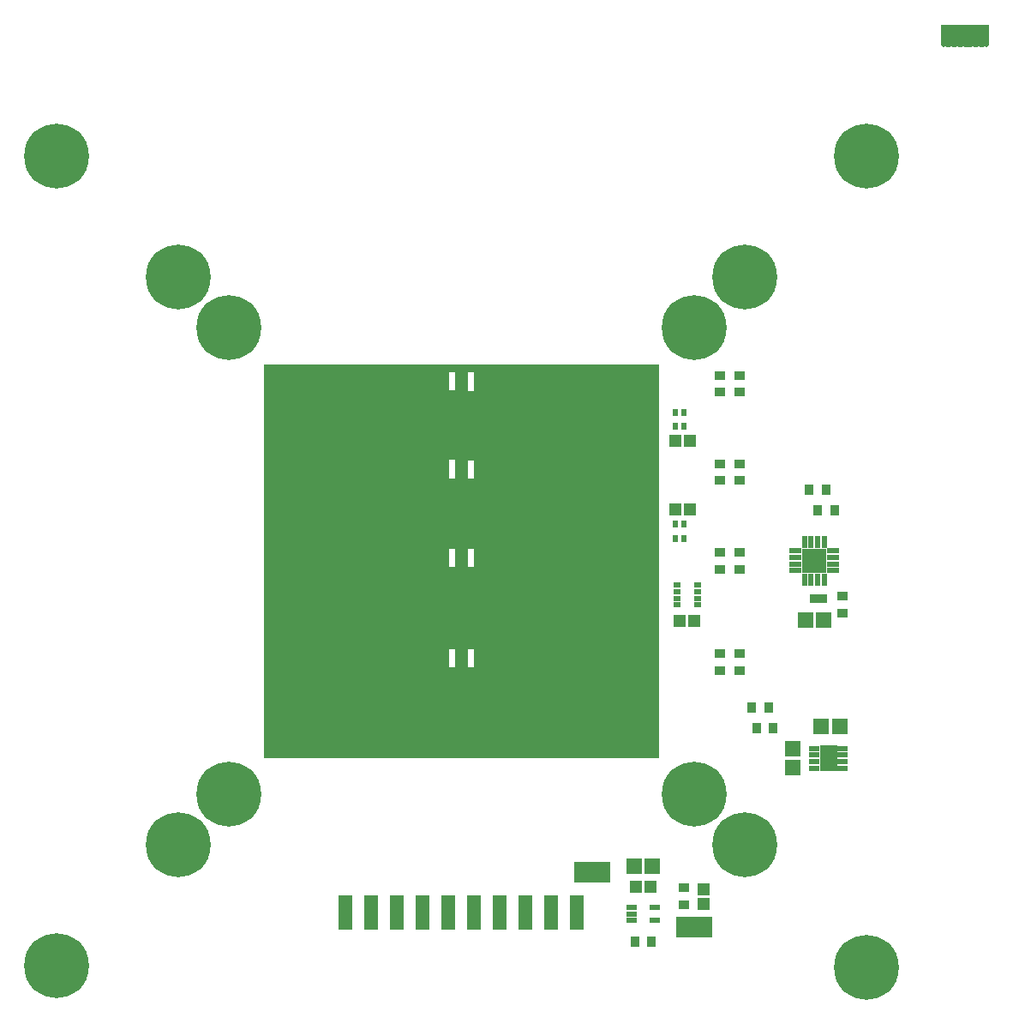
<source format=gbr>
%TF.GenerationSoftware,Altium Limited,Altium Designer,24.0.1 (36)*%
G04 Layer_Color=8388736*
%FSLAX25Y25*%
%MOIN*%
%TF.SameCoordinates,674ED1FF-067C-45DD-8C41-4F82C3FA2B26*%
%TF.FilePolarity,Negative*%
%TF.FileFunction,Soldermask,Top*%
%TF.Part,Single*%
G01*
G75*
%TA.AperFunction,SMDPad,CuDef*%
%ADD13R,0.00400X0.00400*%
%ADD50R,0.04724X0.04724*%
%ADD51R,0.02165X0.03150*%
%ADD52R,0.03150X0.02165*%
%TA.AperFunction,BGAPad,CuDef*%
%ADD53C,0.01772*%
%TA.AperFunction,SMDPad,CuDef*%
%ADD54R,0.04134X0.02362*%
%ADD55R,0.04921X0.02165*%
%ADD56R,0.02165X0.04921*%
%ADD57R,0.09685X0.09685*%
%ADD58R,0.06653X0.10236*%
%ADD59R,0.04331X0.02165*%
%ADD60R,0.03543X0.04331*%
%ADD61R,0.04331X0.03543*%
%ADD62R,0.14370X0.08071*%
%ADD63R,0.05787X0.13307*%
%ADD64R,0.04724X0.04724*%
%ADD65R,0.03622X0.03465*%
%ADD66R,0.05906X0.06496*%
%ADD67R,0.03465X0.03622*%
%ADD68R,0.06496X0.05906*%
%TA.AperFunction,ViaPad*%
%ADD69C,0.25197*%
%ADD70C,0.02165*%
G36*
X381941Y385627D02*
X381992Y385617D01*
X382041Y385601D01*
X382087Y385578D01*
X382130Y385549D01*
X382169Y385515D01*
X382203Y385476D01*
X382231Y385434D01*
X382254Y385387D01*
X382271Y385338D01*
X382281Y385288D01*
X382284Y385236D01*
Y377756D01*
X382281Y377704D01*
X382271Y377654D01*
X382254Y377605D01*
X382231Y377559D01*
X382203Y377516D01*
X382169Y377477D01*
X381775Y377083D01*
X381775Y377083D01*
X381736Y377049D01*
X381693Y377021D01*
X381647Y376998D01*
X381598Y376981D01*
X381548Y376971D01*
X381496Y376968D01*
X381102D01*
X381051Y376971D01*
X381000Y376981D01*
X380951Y376998D01*
X380905Y377021D01*
X380862Y377049D01*
X380823Y377083D01*
X380683Y377223D01*
X380679Y377211D01*
X380657Y377165D01*
X380628Y377122D01*
X380594Y377083D01*
X380555Y377049D01*
X380512Y377021D01*
X380466Y376998D01*
X380417Y376981D01*
X380366Y376971D01*
X380315Y376968D01*
X379921D01*
X379870Y376971D01*
X379819Y376981D01*
X379770Y376998D01*
X379724Y377021D01*
X379681Y377049D01*
X379642Y377083D01*
X379608Y377122D01*
X379580Y377165D01*
X379557Y377211D01*
X379553Y377223D01*
X379413Y377083D01*
X379374Y377049D01*
X379331Y377021D01*
X379285Y376998D01*
X379236Y376981D01*
X379185Y376971D01*
X379134Y376968D01*
X378740D01*
X378689Y376971D01*
X378638Y376981D01*
X378589Y376998D01*
X378543Y377021D01*
X378500Y377049D01*
X378461Y377083D01*
X378321Y377223D01*
X378317Y377211D01*
X378294Y377165D01*
X378266Y377122D01*
X378232Y377083D01*
X378193Y377049D01*
X378150Y377021D01*
X378104Y376998D01*
X378055Y376981D01*
X378004Y376971D01*
X377953Y376968D01*
X377559D01*
X377507Y376971D01*
X377457Y376981D01*
X377408Y376998D01*
X377362Y377021D01*
X377319Y377049D01*
X377280Y377083D01*
X377246Y377122D01*
X377217Y377165D01*
X377194Y377211D01*
X377190Y377223D01*
X377051Y377083D01*
X377012Y377049D01*
X376969Y377021D01*
X376923Y376998D01*
X376874Y376981D01*
X376823Y376971D01*
X376772Y376968D01*
X376378D01*
X376326Y376971D01*
X376276Y376981D01*
X376227Y376998D01*
X376181Y377021D01*
X376138Y377049D01*
X376099Y377083D01*
X375959Y377223D01*
X375955Y377211D01*
X375932Y377165D01*
X375904Y377122D01*
X375869Y377083D01*
X375831Y377049D01*
X375788Y377021D01*
X375742Y376998D01*
X375693Y376981D01*
X375642Y376971D01*
X375591Y376968D01*
X375197D01*
X375145Y376971D01*
X375095Y376981D01*
X375046Y376998D01*
X375000Y377021D01*
X374957Y377049D01*
X374918Y377083D01*
X374884Y377122D01*
X374855Y377165D01*
X374832Y377211D01*
X374828Y377223D01*
X374688Y377083D01*
X374650Y377049D01*
X374607Y377021D01*
X374560Y376998D01*
X374512Y376981D01*
X374461Y376971D01*
X374410Y376968D01*
X374016D01*
X373964Y376971D01*
X373914Y376981D01*
X373865Y376998D01*
X373818Y377021D01*
X373776Y377049D01*
X373737Y377083D01*
X373597Y377223D01*
X373593Y377211D01*
X373570Y377165D01*
X373541Y377122D01*
X373507Y377083D01*
X373468Y377049D01*
X373426Y377021D01*
X373379Y376998D01*
X373330Y376981D01*
X373280Y376971D01*
X373228Y376968D01*
X372835D01*
X372783Y376971D01*
X372732Y376981D01*
X372684Y376998D01*
X372637Y377021D01*
X372594Y377049D01*
X372556Y377083D01*
X372522Y377122D01*
X372493Y377165D01*
X372470Y377211D01*
X372466Y377223D01*
X372326Y377083D01*
X372287Y377049D01*
X372245Y377021D01*
X372198Y376998D01*
X372149Y376981D01*
X372099Y376971D01*
X372047Y376968D01*
X371654D01*
X371602Y376971D01*
X371551Y376981D01*
X371503Y376998D01*
X371456Y377021D01*
X371413Y377049D01*
X371375Y377083D01*
X371235Y377223D01*
X371231Y377211D01*
X371208Y377165D01*
X371179Y377122D01*
X371145Y377083D01*
X371106Y377049D01*
X371063Y377021D01*
X371017Y376998D01*
X370968Y376981D01*
X370918Y376971D01*
X370866Y376968D01*
X370472D01*
X370421Y376971D01*
X370370Y376981D01*
X370321Y376998D01*
X370275Y377021D01*
X370232Y377049D01*
X370194Y377083D01*
X370159Y377122D01*
X370131Y377165D01*
X370108Y377211D01*
X370104Y377223D01*
X369964Y377083D01*
X369925Y377049D01*
X369882Y377021D01*
X369836Y376998D01*
X369787Y376981D01*
X369737Y376971D01*
X369685Y376968D01*
X369291D01*
X369240Y376971D01*
X369189Y376981D01*
X369140Y376998D01*
X369094Y377021D01*
X369051Y377049D01*
X369012Y377083D01*
X368872Y377223D01*
X368868Y377211D01*
X368846Y377165D01*
X368817Y377122D01*
X368783Y377083D01*
X368744Y377049D01*
X368701Y377021D01*
X368655Y376998D01*
X368606Y376981D01*
X368555Y376971D01*
X368504Y376968D01*
X368110D01*
X368059Y376971D01*
X368008Y376981D01*
X367959Y376998D01*
X367913Y377021D01*
X367870Y377049D01*
X367831Y377083D01*
X367797Y377122D01*
X367769Y377165D01*
X367746Y377211D01*
X367742Y377223D01*
X367602Y377083D01*
X367563Y377049D01*
X367520Y377021D01*
X367474Y376998D01*
X367425Y376981D01*
X367374Y376971D01*
X367323Y376968D01*
X366929D01*
X366878Y376971D01*
X366827Y376981D01*
X366778Y376998D01*
X366732Y377021D01*
X366689Y377049D01*
X366650Y377083D01*
X366510Y377223D01*
X366506Y377211D01*
X366483Y377165D01*
X366455Y377122D01*
X366421Y377083D01*
X366382Y377049D01*
X366339Y377021D01*
X366293Y376998D01*
X366244Y376981D01*
X366193Y376971D01*
X366142Y376968D01*
X365748D01*
X365697Y376971D01*
X365646Y376981D01*
X365597Y376998D01*
X365551Y377021D01*
X365508Y377049D01*
X365469Y377083D01*
X365435Y377122D01*
X365406Y377165D01*
X365384Y377211D01*
X365380Y377223D01*
X365240Y377083D01*
X365201Y377049D01*
X365158Y377021D01*
X365112Y376998D01*
X365063Y376981D01*
X365012Y376971D01*
X364961Y376968D01*
X364567D01*
X364515Y376971D01*
X364465Y376981D01*
X364416Y376998D01*
X364370Y377021D01*
X364327Y377049D01*
X364288Y377083D01*
X363894Y377477D01*
X363860Y377516D01*
X363832Y377559D01*
X363809Y377605D01*
X363792Y377654D01*
X363782Y377704D01*
X363779Y377756D01*
Y385236D01*
X363782Y385288D01*
X363792Y385338D01*
X363809Y385387D01*
X363832Y385434D01*
X363860Y385476D01*
X363894Y385515D01*
X363933Y385549D01*
X363976Y385578D01*
X364022Y385601D01*
X364071Y385617D01*
X364122Y385627D01*
X364173Y385631D01*
X365354D01*
X365406Y385627D01*
X365456Y385617D01*
X365505Y385601D01*
X365551Y385578D01*
X365597Y385601D01*
X365646Y385617D01*
X365697Y385627D01*
X365748Y385631D01*
X366142D01*
X366193Y385627D01*
X366244Y385617D01*
X366293Y385601D01*
X366339Y385578D01*
X366385Y385601D01*
X366433Y385617D01*
X366484Y385627D01*
X366535Y385631D01*
X367717D01*
X367768Y385627D01*
X367819Y385617D01*
X367867Y385601D01*
X367913Y385578D01*
X367959Y385601D01*
X368008Y385617D01*
X368059Y385627D01*
X368110Y385631D01*
X368504D01*
X368555Y385627D01*
X368606Y385617D01*
X368655Y385601D01*
X368701Y385578D01*
X368747Y385601D01*
X368795Y385617D01*
X368846Y385627D01*
X368898Y385631D01*
X370079D01*
X370130Y385627D01*
X370181Y385617D01*
X370230Y385601D01*
X370276Y385578D01*
X370321Y385601D01*
X370370Y385617D01*
X370421Y385627D01*
X370472Y385631D01*
X370866D01*
X370918Y385627D01*
X370968Y385617D01*
X371017Y385601D01*
X371063Y385578D01*
X371109Y385601D01*
X371158Y385617D01*
X371208Y385627D01*
X371260Y385631D01*
X372441D01*
X372492Y385627D01*
X372543Y385617D01*
X372592Y385601D01*
X372638Y385578D01*
X372684Y385601D01*
X372732Y385617D01*
X372783Y385627D01*
X372835Y385631D01*
X373228D01*
X373280Y385627D01*
X373330Y385617D01*
X373379Y385601D01*
X373425Y385578D01*
X373471Y385601D01*
X373520Y385617D01*
X373571Y385627D01*
X373622Y385631D01*
X374803D01*
X374855Y385627D01*
X374905Y385617D01*
X374954Y385601D01*
X375000Y385578D01*
X375046Y385601D01*
X375095Y385617D01*
X375145Y385627D01*
X375197Y385631D01*
X375591D01*
X375642Y385627D01*
X375693Y385617D01*
X375742Y385601D01*
X375787Y385578D01*
X375833Y385601D01*
X375882Y385617D01*
X375933Y385627D01*
X375984Y385631D01*
X377165D01*
X377217Y385627D01*
X377268Y385617D01*
X377316Y385601D01*
X377362Y385578D01*
X377408Y385601D01*
X377457Y385617D01*
X377507Y385627D01*
X377559Y385631D01*
X377953D01*
X378004Y385627D01*
X378055Y385617D01*
X378104Y385601D01*
X378150Y385578D01*
X378196Y385601D01*
X378244Y385617D01*
X378295Y385627D01*
X378346Y385631D01*
X379528D01*
X379579Y385627D01*
X379630Y385617D01*
X379679Y385601D01*
X379724Y385578D01*
X379770Y385601D01*
X379819Y385617D01*
X379870Y385627D01*
X379921Y385631D01*
X380315D01*
X380366Y385627D01*
X380417Y385617D01*
X380466Y385601D01*
X380512Y385578D01*
X380558Y385601D01*
X380607Y385617D01*
X380657Y385627D01*
X380709Y385631D01*
X381890D01*
X381941Y385627D01*
D02*
G37*
G36*
X253937Y100394D02*
X100394D01*
Y253642D01*
X253937D01*
Y100394D01*
D02*
G37*
%LPC*%
G36*
X174715Y250394D02*
X172441D01*
Y243333D01*
X174715D01*
Y245177D01*
X174705D01*
Y248524D01*
X174715D01*
Y250394D01*
D02*
G37*
G36*
X181902Y250354D02*
X179628D01*
Y243294D01*
X181902D01*
Y250354D01*
D02*
G37*
G36*
X174698Y216339D02*
X172424D01*
Y209278D01*
X174698D01*
Y216339D01*
D02*
G37*
G36*
X181885Y216299D02*
X179611D01*
Y214075D01*
X179626D01*
Y210728D01*
X179611D01*
Y209239D01*
X181885D01*
Y216299D01*
D02*
G37*
G36*
X174698Y181890D02*
X172424D01*
Y174829D01*
X174698D01*
Y181890D01*
D02*
G37*
G36*
X181885Y181850D02*
X179611D01*
Y179626D01*
X179653D01*
Y176279D01*
X179611D01*
Y174790D01*
X181885D01*
Y181850D01*
D02*
G37*
G36*
X174698Y142987D02*
X172424D01*
Y135926D01*
X174698D01*
Y142987D01*
D02*
G37*
G36*
X181885Y142947D02*
X179611D01*
Y140256D01*
X179653D01*
Y136909D01*
X179611D01*
Y135887D01*
X181885D01*
Y142947D01*
D02*
G37*
%LPD*%
D13*
X254000Y100870D02*
D03*
X100400Y98800D02*
D03*
D50*
X267854Y153772D02*
D03*
X262130D02*
D03*
X266154Y197110D02*
D03*
X260430D02*
D03*
X260430Y223662D02*
D03*
X266154D02*
D03*
X250730Y50480D02*
D03*
X245006D02*
D03*
D51*
X263632Y191386D02*
D03*
X260483D02*
D03*
X263632Y185875D02*
D03*
X260483D02*
D03*
X263632Y234848D02*
D03*
Y229337D02*
D03*
X260483Y234848D02*
D03*
Y229337D02*
D03*
D52*
X269027Y162548D02*
D03*
Y165108D02*
D03*
Y159990D02*
D03*
Y167667D02*
D03*
X260957Y165108D02*
D03*
Y167667D02*
D03*
Y162548D02*
D03*
Y159990D02*
D03*
D53*
X178767Y137795D02*
D03*
X177192D02*
D03*
X175617D02*
D03*
X178767Y139370D02*
D03*
X177192D02*
D03*
X175617D02*
D03*
X178767Y177165D02*
D03*
X177192D02*
D03*
X175617D02*
D03*
X178767Y178740D02*
D03*
X177192D02*
D03*
X175617D02*
D03*
X178740Y211614D02*
D03*
X177165D02*
D03*
X175591D02*
D03*
X178740Y213189D02*
D03*
X177165D02*
D03*
X175591D02*
D03*
X178740Y246063D02*
D03*
X177165D02*
D03*
X175591D02*
D03*
X178740Y247638D02*
D03*
X177165D02*
D03*
X175591D02*
D03*
D54*
X252297Y42443D02*
D03*
Y37325D02*
D03*
X243439D02*
D03*
Y39884D02*
D03*
Y42443D02*
D03*
D55*
X321675Y173327D02*
D03*
Y175886D02*
D03*
Y178445D02*
D03*
Y181004D02*
D03*
X307109D02*
D03*
Y178445D02*
D03*
Y175886D02*
D03*
Y173327D02*
D03*
D56*
X318231Y184449D02*
D03*
X315672D02*
D03*
X313113D02*
D03*
X310554D02*
D03*
Y169882D02*
D03*
X313113D02*
D03*
X315672D02*
D03*
X318231D02*
D03*
D57*
X314392Y177165D02*
D03*
D58*
X319884Y100450D02*
D03*
D59*
X325376Y96612D02*
D03*
Y99171D02*
D03*
Y101730D02*
D03*
Y104289D02*
D03*
X314392Y96612D02*
D03*
Y99171D02*
D03*
Y101730D02*
D03*
Y104289D02*
D03*
D60*
X312416Y204724D02*
D03*
X318928D02*
D03*
X315770Y196850D02*
D03*
X322282D02*
D03*
X251124Y29040D02*
D03*
X244612D02*
D03*
X298532Y112205D02*
D03*
X292020D02*
D03*
X296563Y120079D02*
D03*
X290051D02*
D03*
D61*
X263616Y50012D02*
D03*
Y43500D02*
D03*
X277559Y141051D02*
D03*
Y134539D02*
D03*
X285433Y141051D02*
D03*
Y134539D02*
D03*
X277559Y180421D02*
D03*
Y173909D02*
D03*
X285433Y180421D02*
D03*
Y173909D02*
D03*
X325503Y156877D02*
D03*
Y163389D02*
D03*
X277559Y214870D02*
D03*
Y208358D02*
D03*
X285433Y214870D02*
D03*
Y208358D02*
D03*
X277559Y249319D02*
D03*
Y242807D02*
D03*
X285433Y249319D02*
D03*
Y242807D02*
D03*
D62*
X267553Y34945D02*
D03*
X228185Y56088D02*
D03*
D63*
X132087Y40551D02*
D03*
X142087D02*
D03*
X162087D02*
D03*
X152087D02*
D03*
X172087D02*
D03*
X192087D02*
D03*
X182087D02*
D03*
X202087D02*
D03*
X222087D02*
D03*
X212087D02*
D03*
D64*
X271490Y49563D02*
D03*
Y43839D02*
D03*
D65*
X169865Y141384D02*
D03*
Y137840D02*
D03*
Y180709D02*
D03*
Y177165D02*
D03*
Y215158D02*
D03*
Y211614D02*
D03*
X169685Y249606D02*
D03*
Y246063D02*
D03*
D66*
X244219Y58567D02*
D03*
X251518D02*
D03*
X318199Y154314D02*
D03*
X310900D02*
D03*
X317113Y112672D02*
D03*
X324413D02*
D03*
D67*
X317801Y162402D02*
D03*
X314258D02*
D03*
D68*
X306186Y96801D02*
D03*
Y104100D02*
D03*
D69*
X334646Y334646D02*
D03*
X19685Y334646D02*
D03*
X334646Y19230D02*
D03*
X19685Y19685D02*
D03*
X66929Y287402D02*
D03*
X287402D02*
D03*
X287501Y66915D02*
D03*
X66929Y66929D02*
D03*
X267717Y267717D02*
D03*
X86614D02*
D03*
X267717Y86614D02*
D03*
X86614D02*
D03*
D70*
X251200Y140800D02*
D03*
%TF.MD5,3d57f3717db1daeaba8487148e75f601*%
M02*

</source>
